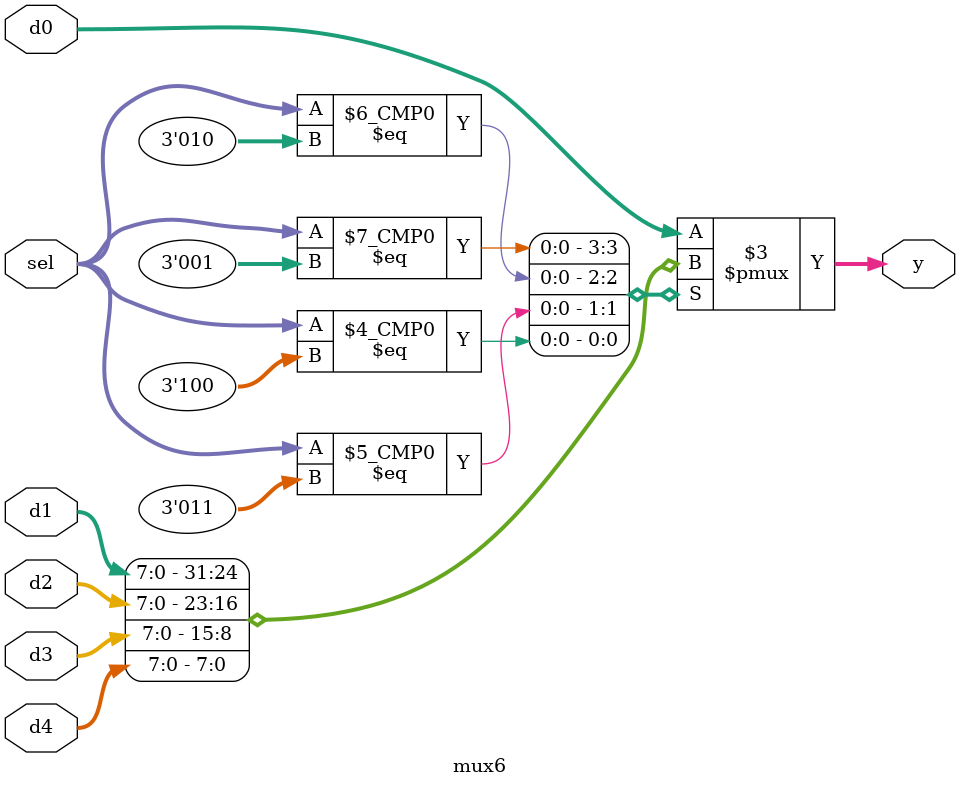
<source format=v>

module mux6 #(parameter WIDTH = 8) (
    input       [WIDTH-1:0] d0, d1, d2, d3, d4,
    input       [2:0] sel,
    output reg  [WIDTH-1:0] y
);

always @(*) begin
    case(sel)
        3'b000: y = d0;  // Select data[0]
        3'b001: y = d1;  // Select data[1]
        3'b010: y = d2;  // Select data[2]
        3'b011: y = d3;  // Select data[3]
        3'b100: y = d4;  // Select data[4]
        default: y= d0;  // Default case
    endcase
end

endmodule
</source>
